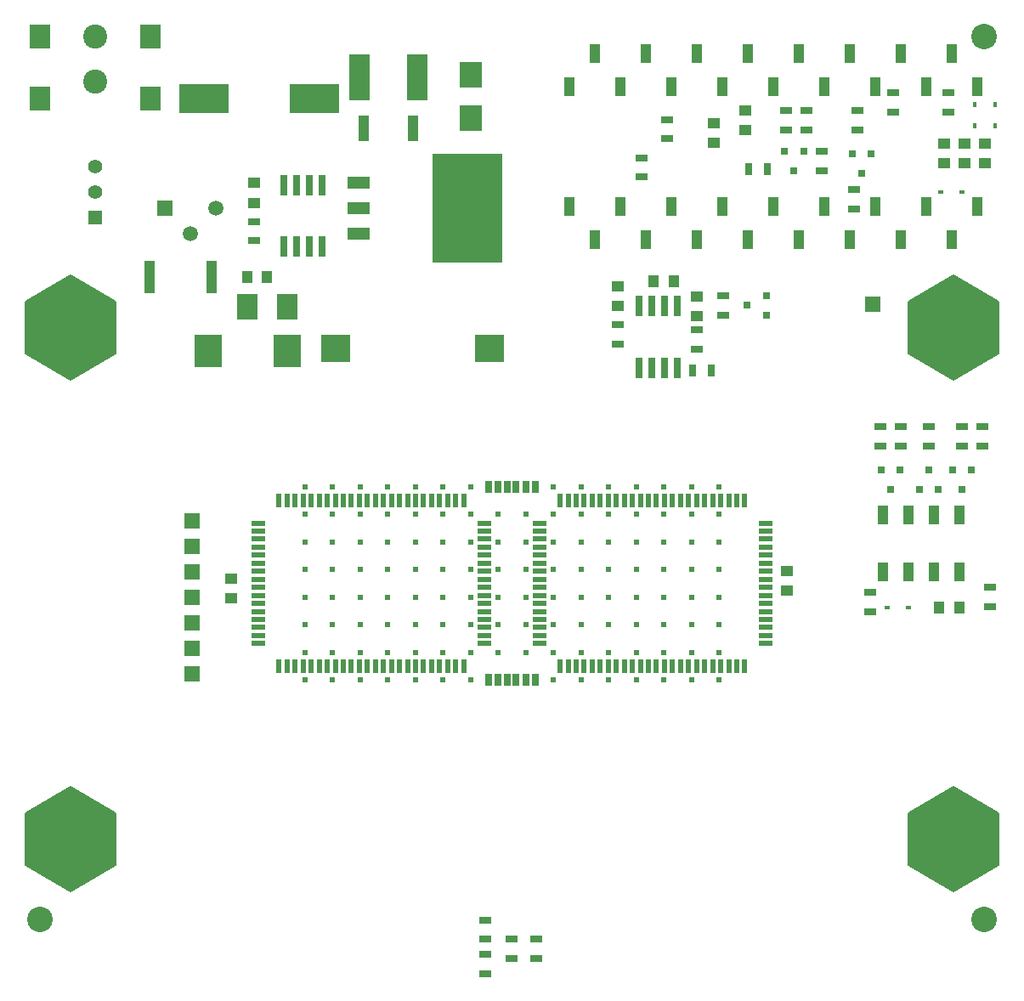
<source format=gbr>
G04 #@! TF.FileFunction,Soldermask,Bot*
%FSLAX46Y46*%
G04 Gerber Fmt 4.6, Leading zero omitted, Abs format (unit mm)*
G04 Created by KiCad (PCBNEW 0.201604232031+6710~44~ubuntu14.04.1-product) date Wed 11 May 2016 03:38:50 PM CEST*
%MOMM*%
%LPD*%
G01*
G04 APERTURE LIST*
%ADD10C,0.100000*%
%ADD11C,0.150000*%
%ADD12C,1.000000*%
%ADD13R,0.660400X2.032000*%
%ADD14R,1.020000X1.900000*%
%ADD15C,1.510000*%
%ADD16R,1.510000X1.510000*%
%ADD17R,1.000000X3.200000*%
%ADD18R,1.000000X2.500000*%
%ADD19R,2.920000X2.790000*%
%ADD20R,2.286000X1.143000*%
%ADD21R,6.997700X10.800080*%
%ADD22R,1.000000X1.250000*%
%ADD23R,1.250000X1.000000*%
%ADD24R,2.000000X2.500000*%
%ADD25R,1.300000X0.700000*%
%ADD26R,5.000000X3.000000*%
%ADD27R,2.700000X3.200000*%
%ADD28R,1.020000X1.850000*%
%ADD29C,2.400000*%
%ADD30R,2.000000X2.400000*%
%ADD31R,0.450000X0.590000*%
%ADD32R,0.590000X0.450000*%
%ADD33R,0.800100X0.800100*%
%ADD34R,0.700000X1.300000*%
%ADD35R,1.501140X1.501140*%
%ADD36R,1.397000X1.397000*%
%ADD37C,1.397000*%
%ADD38R,0.800000X1.300000*%
%ADD39R,2.000000X4.600000*%
%ADD40R,2.300000X2.500000*%
%ADD41R,0.500000X1.480000*%
%ADD42R,1.480000X0.500000*%
%ADD43C,2.540000*%
%ADD44C,3.200000*%
%ADD45C,9.000000*%
%ADD46C,0.604800*%
G04 APERTURE END LIST*
D10*
D11*
X139500000Y-71402000D02*
X139500000Y-76598000D01*
X148500000Y-71402000D02*
X148500000Y-76598000D01*
X144000000Y-68804000D02*
X148500000Y-71402000D01*
X139500000Y-71402000D02*
X144000000Y-68804000D01*
X144000000Y-79196000D02*
X139500000Y-76598000D01*
X148500000Y-76598000D02*
X144000000Y-79196000D01*
D12*
X140000000Y-71700000D02*
X144000000Y-69400000D01*
X140000000Y-76300000D02*
X140000000Y-71700000D01*
X144000000Y-78600000D02*
X140000000Y-76300000D01*
X148000000Y-76300000D02*
X144000000Y-78600000D01*
X148000000Y-71700000D02*
X148000000Y-76300000D01*
X144000000Y-69400000D02*
X148000000Y-71700000D01*
D11*
X139500000Y-122402000D02*
X139500000Y-127598000D01*
X148500000Y-122402000D02*
X148500000Y-127598000D01*
X144000000Y-119804000D02*
X148500000Y-122402000D01*
X139500000Y-122402000D02*
X144000000Y-119804000D01*
X144000000Y-130196000D02*
X139500000Y-127598000D01*
X148500000Y-127598000D02*
X144000000Y-130196000D01*
D12*
X140000000Y-122700000D02*
X144000000Y-120400000D01*
X140000000Y-127300000D02*
X140000000Y-122700000D01*
X144000000Y-129600000D02*
X140000000Y-127300000D01*
X148000000Y-127300000D02*
X144000000Y-129600000D01*
X148000000Y-122700000D02*
X148000000Y-127300000D01*
X144000000Y-120400000D02*
X148000000Y-122700000D01*
D11*
X51500000Y-122402000D02*
X51500000Y-127598000D01*
X60500000Y-122402000D02*
X60500000Y-127598000D01*
X56000000Y-119804000D02*
X60500000Y-122402000D01*
X51500000Y-122402000D02*
X56000000Y-119804000D01*
X56000000Y-130196000D02*
X51500000Y-127598000D01*
X60500000Y-127598000D02*
X56000000Y-130196000D01*
D12*
X52000000Y-122700000D02*
X56000000Y-120400000D01*
X52000000Y-127300000D02*
X52000000Y-122700000D01*
X56000000Y-129600000D02*
X52000000Y-127300000D01*
X60000000Y-127300000D02*
X56000000Y-129600000D01*
X60000000Y-122700000D02*
X60000000Y-127300000D01*
X56000000Y-120400000D02*
X60000000Y-122700000D01*
D11*
X51500000Y-71402000D02*
X51500000Y-76598000D01*
X60500000Y-71402000D02*
X60500000Y-76598000D01*
X56000000Y-68804000D02*
X60500000Y-71402000D01*
X51500000Y-71402000D02*
X56000000Y-68804000D01*
X56000000Y-79196000D02*
X51500000Y-76598000D01*
X60500000Y-76598000D02*
X56000000Y-79196000D01*
D12*
X52000000Y-71700000D02*
X56000000Y-69400000D01*
X52000000Y-76300000D02*
X52000000Y-71700000D01*
X56000000Y-78600000D02*
X52000000Y-76300000D01*
X60000000Y-76300000D02*
X56000000Y-78600000D01*
X60000000Y-71700000D02*
X60000000Y-76300000D01*
X56000000Y-69400000D02*
X60000000Y-71700000D01*
D13*
X116507000Y-78030400D03*
X115237000Y-78030400D03*
X113967000Y-78030400D03*
X112697000Y-78030400D03*
X112697000Y-71883600D03*
X113967000Y-71883600D03*
X115237000Y-71883600D03*
X116507000Y-71883600D03*
D14*
X146320000Y-61970000D03*
X143780000Y-65270000D03*
X141240000Y-61970000D03*
X138700000Y-65270000D03*
X136160000Y-61970000D03*
X133620000Y-65270000D03*
X131080000Y-61970000D03*
X128540000Y-65270000D03*
X126000000Y-61970000D03*
X123460000Y-65270000D03*
X118380000Y-65270000D03*
X113300000Y-65270000D03*
X108220000Y-65270000D03*
X105680000Y-61970000D03*
X115840000Y-61970000D03*
X110760000Y-61970000D03*
X120920000Y-61970000D03*
X136160000Y-50030000D03*
X141240000Y-50030000D03*
X131080000Y-50030000D03*
X146320000Y-50030000D03*
X143780000Y-46730000D03*
X138700000Y-46730000D03*
X133620000Y-46730000D03*
X128540000Y-46730000D03*
X126000000Y-50030000D03*
X123460000Y-46730000D03*
X120920000Y-50030000D03*
X118380000Y-46730000D03*
X115840000Y-50030000D03*
X113300000Y-46730000D03*
X110760000Y-50030000D03*
X108220000Y-46730000D03*
X105680000Y-50030000D03*
D15*
X70536000Y-62154000D03*
D16*
X65456000Y-62154000D03*
D15*
X67996000Y-64694000D03*
D17*
X70074000Y-68994000D03*
X63874000Y-68994000D03*
D18*
X90125000Y-54135000D03*
X85225000Y-54135000D03*
D19*
X82409000Y-76092000D03*
X97779000Y-76092000D03*
D20*
X84760000Y-62122000D03*
D21*
X95555000Y-62122000D03*
D20*
X84760000Y-59582000D03*
X84760000Y-64662000D03*
D22*
X75594000Y-68994000D03*
X73594000Y-68994000D03*
D23*
X74340000Y-59612000D03*
X74340000Y-61612000D03*
D24*
X77610000Y-71915000D03*
X73610000Y-71915000D03*
D25*
X74340000Y-63472000D03*
X74340000Y-65372000D03*
D26*
X80354000Y-51200000D03*
X69354000Y-51200000D03*
D27*
X77655000Y-76360000D03*
X69755000Y-76360000D03*
D23*
X120104000Y-53618000D03*
X120104000Y-55618000D03*
X145082000Y-57669000D03*
X145082000Y-55669000D03*
X123238000Y-54367000D03*
X123238000Y-52367000D03*
X143050000Y-55669000D03*
X143050000Y-57669000D03*
D28*
X144574000Y-92706000D03*
X142034000Y-92706000D03*
X139494000Y-92706000D03*
X136954000Y-92706000D03*
X144574000Y-98356000D03*
X142034000Y-98356000D03*
X139494000Y-98356000D03*
X136954000Y-98356000D03*
D29*
X58500000Y-49500000D03*
D30*
X53000000Y-45000000D03*
X64000000Y-45000000D03*
X53000000Y-51200000D03*
X64000000Y-51200000D03*
D29*
X58500000Y-45000000D03*
D25*
X112954000Y-59024000D03*
X112954000Y-57124000D03*
X143472000Y-52520000D03*
X143472000Y-50620000D03*
D23*
X147114000Y-57669000D03*
X147114000Y-55669000D03*
D31*
X148130000Y-51804000D03*
X148130000Y-53914000D03*
D32*
X144867000Y-60479000D03*
X142757000Y-60479000D03*
D33*
X133886000Y-56665240D03*
X135786000Y-56665240D03*
X134836000Y-58664220D03*
X127155000Y-56411240D03*
X129055000Y-56411240D03*
X128105000Y-58410220D03*
D25*
X121082000Y-72764000D03*
X121082000Y-70864000D03*
X115494000Y-53314000D03*
X115494000Y-55214000D03*
D34*
X123558000Y-58193000D03*
X125458000Y-58193000D03*
D25*
X134074000Y-62172000D03*
X134074000Y-60272000D03*
X130899000Y-58362000D03*
X130899000Y-56462000D03*
X127302000Y-52417000D03*
X127302000Y-54317000D03*
X137970000Y-50639000D03*
X137970000Y-52539000D03*
X134414000Y-52417000D03*
X134414000Y-54317000D03*
D31*
X146098000Y-51804000D03*
X146098000Y-53914000D03*
D33*
X125384760Y-70864000D03*
X125384760Y-72764000D03*
X123385780Y-71814000D03*
D25*
X129334000Y-52417000D03*
X129334000Y-54317000D03*
D35*
X68120000Y-103405000D03*
D23*
X127432000Y-98246000D03*
X127432000Y-100246000D03*
X72060000Y-101008000D03*
X72060000Y-99008000D03*
D36*
X58500000Y-63040000D03*
D37*
X58500000Y-60500000D03*
X58500000Y-57960000D03*
D38*
X98620000Y-109104000D03*
D34*
X99570000Y-109104000D03*
X97670000Y-109104000D03*
D38*
X101370000Y-89854000D03*
D34*
X100420000Y-89854000D03*
X102320000Y-89854000D03*
D38*
X98620000Y-89854000D03*
D34*
X97670000Y-89854000D03*
X99570000Y-89854000D03*
D38*
X101370000Y-109104000D03*
D34*
X100420000Y-109104000D03*
X102320000Y-109104000D03*
D39*
X90575000Y-49055000D03*
X84775000Y-49055000D03*
D40*
X95930000Y-48810000D03*
X95930000Y-53110000D03*
D13*
X77267000Y-59810600D03*
X78537000Y-59810600D03*
X79807000Y-59810600D03*
X81077000Y-59810600D03*
X81077000Y-65957400D03*
X79807000Y-65957400D03*
X78537000Y-65957400D03*
X77267000Y-65957400D03*
D25*
X102410000Y-136867000D03*
X102410000Y-134967000D03*
X99997000Y-134967000D03*
X99997000Y-136867000D03*
X97330000Y-136491000D03*
X97330000Y-138391000D03*
X97330000Y-133062000D03*
X97330000Y-134962000D03*
D41*
X95200000Y-107740000D03*
X94400000Y-107740000D03*
X93600000Y-107740000D03*
X92800000Y-107740000D03*
X92000000Y-107740000D03*
X91200000Y-107740000D03*
X90400000Y-107740000D03*
X89600000Y-107740000D03*
X88800000Y-107740000D03*
X88000000Y-107740000D03*
X87200000Y-107740000D03*
X86400000Y-107740000D03*
X85600000Y-107740000D03*
X84800000Y-107740000D03*
X84000000Y-107740000D03*
X83200000Y-107740000D03*
X82400000Y-107740000D03*
X81600000Y-107740000D03*
X80800000Y-107740000D03*
X80000000Y-107740000D03*
X79200000Y-107740000D03*
X78400000Y-107740000D03*
X77600000Y-107740000D03*
X76800000Y-107740000D03*
D42*
X74760000Y-105500000D03*
X74760000Y-104700000D03*
X74760000Y-103900000D03*
X74760000Y-103100000D03*
X74760000Y-102300000D03*
X74760000Y-101500000D03*
X74760000Y-100700000D03*
X74760000Y-99900000D03*
X74760000Y-99100000D03*
X74760000Y-98300000D03*
X74760000Y-97500000D03*
X74760000Y-96700000D03*
X74760000Y-95900000D03*
X74760000Y-95100000D03*
X74760000Y-94300000D03*
X74760000Y-93500000D03*
D41*
X76800000Y-91260000D03*
X77600000Y-91260000D03*
X78400000Y-91260000D03*
X79200000Y-91260000D03*
X80000000Y-91260000D03*
X80800000Y-91260000D03*
X81600000Y-91260000D03*
X82400000Y-91260000D03*
X83200000Y-91260000D03*
X84000000Y-91260000D03*
X84800000Y-91260000D03*
X85600000Y-91260000D03*
X86400000Y-91260000D03*
X87200000Y-91260000D03*
X88000000Y-91260000D03*
X88800000Y-91260000D03*
X89600000Y-91260000D03*
X90400000Y-91260000D03*
X91200000Y-91260000D03*
X92000000Y-91260000D03*
X92800000Y-91260000D03*
X93600000Y-91260000D03*
X94400000Y-91260000D03*
X95200000Y-91260000D03*
D42*
X97240000Y-93500000D03*
X97240000Y-94300000D03*
X97240000Y-95100000D03*
X97240000Y-95900000D03*
X97240000Y-96700000D03*
X97240000Y-97500000D03*
X97240000Y-98300000D03*
X97240000Y-99100000D03*
X97240000Y-99900000D03*
X97240000Y-100700000D03*
X97240000Y-101500000D03*
X97240000Y-102300000D03*
X97240000Y-103100000D03*
X97240000Y-103900000D03*
X97240000Y-104700000D03*
X97240000Y-105500000D03*
D41*
X104800000Y-91260000D03*
X105600000Y-91260000D03*
X106400000Y-91260000D03*
X107200000Y-91260000D03*
X108000000Y-91260000D03*
X108800000Y-91260000D03*
X109600000Y-91260000D03*
X110400000Y-91260000D03*
X111200000Y-91260000D03*
X112000000Y-91260000D03*
X112800000Y-91260000D03*
X113600000Y-91260000D03*
X114400000Y-91260000D03*
X115200000Y-91260000D03*
X116000000Y-91260000D03*
X116800000Y-91260000D03*
X117600000Y-91260000D03*
X118400000Y-91260000D03*
X119200000Y-91260000D03*
X120000000Y-91260000D03*
X120800000Y-91260000D03*
X121600000Y-91260000D03*
X122400000Y-91260000D03*
X123200000Y-91260000D03*
D42*
X125240000Y-93500000D03*
X125240000Y-94300000D03*
X125240000Y-95100000D03*
X125240000Y-95900000D03*
X125240000Y-96700000D03*
X125240000Y-97500000D03*
X125240000Y-98300000D03*
X125240000Y-99100000D03*
X125240000Y-99900000D03*
X125240000Y-100700000D03*
X125240000Y-101500000D03*
X125240000Y-102300000D03*
X125240000Y-103100000D03*
X125240000Y-103900000D03*
X125240000Y-104700000D03*
X125240000Y-105500000D03*
D41*
X123200000Y-107740000D03*
X122400000Y-107740000D03*
X121600000Y-107740000D03*
X120800000Y-107740000D03*
X120000000Y-107740000D03*
X119200000Y-107740000D03*
X118400000Y-107740000D03*
X117600000Y-107740000D03*
X116800000Y-107740000D03*
X116000000Y-107740000D03*
X115200000Y-107740000D03*
X114400000Y-107740000D03*
X113600000Y-107740000D03*
X112800000Y-107740000D03*
X112000000Y-107740000D03*
X111200000Y-107740000D03*
X110400000Y-107740000D03*
X109600000Y-107740000D03*
X108800000Y-107740000D03*
X108000000Y-107740000D03*
X107200000Y-107740000D03*
X106400000Y-107740000D03*
X105600000Y-107740000D03*
X104800000Y-107740000D03*
D42*
X102760000Y-105500000D03*
X102760000Y-104700000D03*
X102760000Y-103900000D03*
X102760000Y-103100000D03*
X102760000Y-102300000D03*
X102760000Y-101500000D03*
X102760000Y-100700000D03*
X102760000Y-99900000D03*
X102760000Y-99100000D03*
X102760000Y-98300000D03*
X102760000Y-97500000D03*
X102760000Y-96700000D03*
X102760000Y-95900000D03*
X102760000Y-95100000D03*
X102760000Y-94300000D03*
X102760000Y-93500000D03*
D43*
X147000000Y-45000000D03*
X147000000Y-133000000D03*
X53000000Y-133000000D03*
D22*
X142558000Y-101881000D03*
X144558000Y-101881000D03*
D32*
X139533000Y-101881000D03*
X137423000Y-101881000D03*
D33*
X142476000Y-90181760D03*
X140576000Y-90181760D03*
X141526000Y-88182780D03*
X143878000Y-88180240D03*
X145778000Y-88180240D03*
X144828000Y-90179220D03*
X136766000Y-88180240D03*
X138666000Y-88180240D03*
X137716000Y-90179220D03*
D35*
X68120000Y-108485000D03*
X68120000Y-95785000D03*
X68120000Y-93245000D03*
X68120000Y-105945000D03*
X68120000Y-98325000D03*
X68120000Y-100865000D03*
X135938000Y-71655000D03*
D25*
X141526000Y-85813000D03*
X141526000Y-83913000D03*
X135684000Y-100423000D03*
X135684000Y-102323000D03*
X144828000Y-83913000D03*
X144828000Y-85813000D03*
X147622000Y-99915000D03*
X147622000Y-101815000D03*
X136700000Y-83913000D03*
X136700000Y-85813000D03*
X138732000Y-85813000D03*
X138732000Y-83913000D03*
X146860000Y-85813000D03*
X146860000Y-83913000D03*
D23*
X118412000Y-70909000D03*
X118412000Y-72909000D03*
D22*
X114110000Y-69369000D03*
X116110000Y-69369000D03*
D23*
X110538000Y-71893000D03*
X110538000Y-69893000D03*
D34*
X119870000Y-78259000D03*
X117970000Y-78259000D03*
D25*
X118412000Y-76161000D03*
X118412000Y-74261000D03*
X110538000Y-75653000D03*
X110538000Y-73753000D03*
D44*
X144000000Y-74000000D03*
D45*
X144000000Y-74000000D03*
D44*
X144000000Y-125000000D03*
D45*
X144000000Y-125000000D03*
D44*
X56000000Y-125000000D03*
D45*
X56000000Y-125000000D03*
D44*
X56000000Y-74000000D03*
D45*
X56000000Y-74000000D03*
D46*
X120625000Y-98125000D03*
X120625000Y-95375000D03*
X120625000Y-92625000D03*
X120625000Y-89875000D03*
X117875000Y-98125000D03*
X117875000Y-95375000D03*
X117875000Y-89875000D03*
X117875000Y-92625000D03*
X115125000Y-98125000D03*
X115125000Y-92625000D03*
X115125000Y-89875000D03*
X115125000Y-95375000D03*
X112375000Y-98125000D03*
X112375000Y-89875000D03*
X112375000Y-92625000D03*
X112375000Y-95375000D03*
X109625000Y-98125000D03*
X109625000Y-89875000D03*
X109625000Y-92625000D03*
X109625000Y-95375000D03*
X106875000Y-89875000D03*
X106875000Y-92625000D03*
X106875000Y-95375000D03*
X106875000Y-98125000D03*
X104125000Y-89875000D03*
X101375000Y-92625000D03*
X104125000Y-95375000D03*
X101375000Y-95375000D03*
X104125000Y-92625000D03*
X101375000Y-89875000D03*
X101375000Y-98125000D03*
X104125000Y-98125000D03*
X104125000Y-100875000D03*
X101375000Y-100875000D03*
X101375000Y-109125000D03*
X104125000Y-106375000D03*
X104125000Y-103625000D03*
X101375000Y-103625000D03*
X101375000Y-106375000D03*
X104125000Y-109125000D03*
X106875000Y-100875000D03*
X106875000Y-103625000D03*
X106875000Y-106375000D03*
X106875000Y-109125000D03*
X109625000Y-103625000D03*
X109625000Y-106375000D03*
X109625000Y-109125000D03*
X109625000Y-100875000D03*
X112375000Y-103625000D03*
X112375000Y-106375000D03*
X112375000Y-109125000D03*
X112375000Y-100875000D03*
X115125000Y-103625000D03*
X115125000Y-109125000D03*
X115125000Y-106375000D03*
X115125000Y-100875000D03*
X117875000Y-106375000D03*
X117875000Y-109125000D03*
X117875000Y-103625000D03*
X117875000Y-100875000D03*
X120625000Y-109125000D03*
X120625000Y-106375000D03*
X120625000Y-103625000D03*
X120625000Y-100875000D03*
X98625000Y-109125000D03*
X95875000Y-109125000D03*
X93125000Y-109125000D03*
X90375000Y-109125000D03*
X87625000Y-109125000D03*
X84875000Y-109125000D03*
X82125000Y-109125000D03*
X79375000Y-109125000D03*
X98625000Y-106375000D03*
X95875000Y-106375000D03*
X93125000Y-106375000D03*
X90375000Y-106375000D03*
X87625000Y-106375000D03*
X84875000Y-106375000D03*
X82125000Y-106375000D03*
X79375000Y-106375000D03*
X98625000Y-103625000D03*
X95875000Y-103625000D03*
X93125000Y-103625000D03*
X90375000Y-103625000D03*
X87625000Y-103625000D03*
X84875000Y-103625000D03*
X82125000Y-103625000D03*
X79375000Y-103625000D03*
X98625000Y-100875000D03*
X95875000Y-100875000D03*
X93125000Y-100875000D03*
X90375000Y-100875000D03*
X87625000Y-100875000D03*
X84875000Y-100875000D03*
X82125000Y-100875000D03*
X79375000Y-100875000D03*
X98625000Y-98125000D03*
X95875000Y-98125000D03*
X93125000Y-98125000D03*
X90375000Y-98125000D03*
X87625000Y-98125000D03*
X84875000Y-98125000D03*
X82125000Y-98125000D03*
X79375000Y-98125000D03*
X98625000Y-95375000D03*
X95875000Y-95375000D03*
X93125000Y-95375000D03*
X90375000Y-95375000D03*
X87625000Y-95375000D03*
X84875000Y-95375000D03*
X82125000Y-95375000D03*
X79375000Y-95375000D03*
X98625000Y-92625000D03*
X95875000Y-92625000D03*
X93125000Y-92625000D03*
X90375000Y-92625000D03*
X87625000Y-92625000D03*
X84875000Y-92625000D03*
X82125000Y-92625000D03*
X79375000Y-92625000D03*
X98625000Y-89875000D03*
X95875000Y-89875000D03*
X93125000Y-89875000D03*
X90375000Y-89875000D03*
X87625000Y-89875000D03*
X84875000Y-89875000D03*
X82125000Y-89875000D03*
X79375000Y-89875000D03*
M02*

</source>
